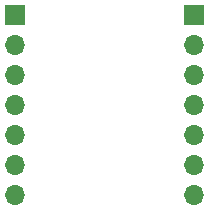
<source format=gbr>
%TF.GenerationSoftware,KiCad,Pcbnew,7.0.6*%
%TF.CreationDate,2023-08-04T12:55:21+05:30*%
%TF.ProjectId,XIAO ESP32S3 IMU,5849414f-2045-4535-9033-32533320494d,rev?*%
%TF.SameCoordinates,Original*%
%TF.FileFunction,Soldermask,Bot*%
%TF.FilePolarity,Negative*%
%FSLAX46Y46*%
G04 Gerber Fmt 4.6, Leading zero omitted, Abs format (unit mm)*
G04 Created by KiCad (PCBNEW 7.0.6) date 2023-08-04 12:55:21*
%MOMM*%
%LPD*%
G01*
G04 APERTURE LIST*
%ADD10R,1.700000X1.700000*%
%ADD11O,1.700000X1.700000*%
G04 APERTURE END LIST*
D10*
%TO.C,J2*%
X143075000Y-60130000D03*
D11*
X143075000Y-62670000D03*
X143075000Y-65210000D03*
X143075000Y-67750000D03*
X143075000Y-70290000D03*
X143075000Y-72830000D03*
X143075000Y-75370000D03*
%TD*%
D10*
%TO.C,J1*%
X127900000Y-60130000D03*
D11*
X127900000Y-62670000D03*
X127900000Y-65210000D03*
X127900000Y-67750000D03*
X127900000Y-70290000D03*
X127900000Y-72830000D03*
X127900000Y-75370000D03*
%TD*%
M02*

</source>
